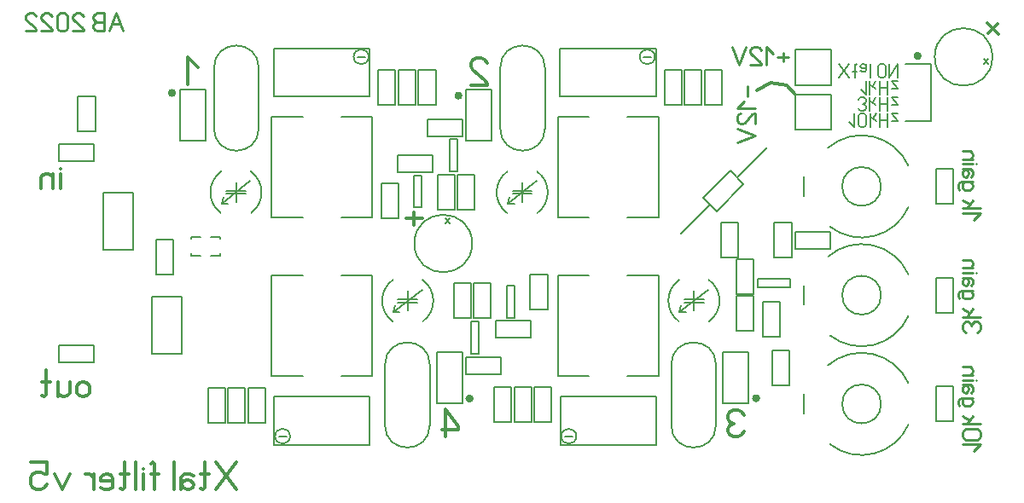
<source format=gbr>
%FSLAX34Y34*%
%MOMM*%
%LNSILK_BOTTOM*%
G71*
G01*
%ADD10C,0.150*%
%ADD11C,0.200*%
%ADD12C,0.333*%
%ADD13C,0.222*%
%ADD14C,0.167*%
%ADD15C,0.300*%
%LPD*%
G54D10*
X365740Y-216510D02*
X382803Y-216510D01*
G54D10*
X365740Y-181829D02*
X382803Y-181829D01*
G54D10*
X365740Y-216510D02*
X365740Y-181829D01*
G54D10*
X382803Y-216510D02*
X382803Y-181829D01*
G54D10*
X397999Y-173736D02*
X405937Y-173736D01*
X405937Y-205536D01*
X397999Y-205536D01*
X397999Y-173736D01*
G54D10*
X433758Y-137989D02*
X441695Y-137989D01*
X441695Y-169789D01*
X433758Y-169789D01*
X433758Y-137989D01*
G54D10*
X416890Y-170870D02*
X416890Y-153808D01*
G54D10*
X382209Y-170870D02*
X382209Y-153808D01*
G54D10*
X416890Y-170870D02*
X382209Y-170870D01*
G54D10*
X416890Y-153808D02*
X382209Y-153808D01*
G54D10*
X422190Y-208335D02*
X439253Y-208335D01*
G54D10*
X422190Y-173654D02*
X439253Y-173654D01*
G54D10*
X422190Y-208335D02*
X422190Y-173654D01*
G54D10*
X439253Y-208335D02*
X439253Y-173654D01*
G54D10*
X441290Y-208335D02*
X458353Y-208335D01*
G54D10*
X441290Y-173654D02*
X458353Y-173654D01*
G54D10*
X441290Y-208335D02*
X441290Y-173654D01*
G54D10*
X458353Y-208335D02*
X458353Y-173654D01*
G54D10*
X446241Y-134890D02*
X446241Y-117827D01*
G54D10*
X411560Y-134890D02*
X411560Y-117827D01*
G54D10*
X446241Y-134890D02*
X411560Y-134890D01*
G54D10*
X446241Y-117827D02*
X411560Y-117827D01*
G54D11*
X483950Y-66850D02*
X483950Y-127150D01*
G54D11*
X528350Y-66950D02*
X528350Y-127250D01*
G54D11*
G75*
G01X528350Y-67050D02*
G03X483950Y-67050I-22200J0D01*
G01*
G54D11*
G75*
G01X483950Y-127150D02*
G03X528350Y-127150I22200J0D01*
G01*
G54D10*
G75*
G01X491231Y-169894D02*
G03X490870Y-211249I14569J-20806D01*
G01*
G54D10*
G75*
G01X520730Y-211249D02*
G03X520369Y-169894I-14930J20549D01*
G01*
G54D10*
X496200Y-189100D02*
X515400Y-189100D01*
G54D10*
X496200Y-192300D02*
X515400Y-192300D01*
G54D10*
X505800Y-189100D02*
X505800Y-181200D01*
G54D10*
X505800Y-192300D02*
X505800Y-200200D01*
G54D10*
X520100Y-179600D02*
X491500Y-201800D01*
X497900Y-201800D01*
G54D10*
X491500Y-201800D02*
X493100Y-195500D01*
G54D10*
X450000Y-139400D02*
X475400Y-139400D01*
X475400Y-88600D01*
X450000Y-88600D01*
X450000Y-139400D01*
G54D11*
X199950Y-66850D02*
X199950Y-127150D01*
G54D11*
X244350Y-66950D02*
X244350Y-127250D01*
G54D11*
G75*
G01X244350Y-67050D02*
G03X199950Y-67050I-22200J0D01*
G01*
G54D11*
G75*
G01X199950Y-127150D02*
G03X244350Y-127150I22200J0D01*
G01*
G54D10*
G75*
G01X207231Y-169894D02*
G03X206870Y-211249I14569J-20806D01*
G01*
G54D10*
G75*
G01X236730Y-211249D02*
G03X236369Y-169894I-14930J20549D01*
G01*
G54D10*
X212200Y-189100D02*
X231400Y-189100D01*
G54D10*
X212200Y-192300D02*
X231400Y-192300D01*
G54D10*
X221800Y-189100D02*
X221800Y-181200D01*
G54D10*
X221800Y-192300D02*
X221800Y-200200D01*
G54D10*
X236100Y-179600D02*
X207500Y-201800D01*
X213900Y-201800D01*
G54D10*
X207500Y-201800D02*
X209100Y-195500D01*
G54D10*
X326000Y-216000D02*
X357000Y-216000D01*
X357000Y-116000D01*
X326000Y-116000D01*
G54D10*
X288000Y-116000D02*
X257000Y-116000D01*
X257000Y-216000D01*
X288000Y-216000D01*
G54D10*
X362972Y-103691D02*
X380034Y-103691D01*
G54D10*
X362972Y-69009D02*
X380034Y-69009D01*
G54D10*
X362972Y-103691D02*
X362972Y-69009D01*
G54D10*
X380034Y-103691D02*
X380034Y-69009D01*
G54D10*
X382972Y-103691D02*
X400034Y-103691D01*
G54D10*
X382972Y-69009D02*
X400034Y-69009D01*
G54D10*
X382972Y-103691D02*
X382972Y-69009D01*
G54D10*
X400034Y-103691D02*
X400034Y-69009D01*
G54D10*
X402972Y-103691D02*
X420034Y-103691D01*
G54D10*
X402972Y-69009D02*
X420034Y-69009D01*
G54D10*
X402972Y-103691D02*
X402972Y-69009D01*
G54D10*
X420034Y-103691D02*
X420034Y-69009D01*
G54D10*
X166000Y-139400D02*
X191400Y-139400D01*
X191400Y-88600D01*
X166000Y-88600D01*
X166000Y-139400D01*
G54D10*
X65045Y-130241D02*
X82108Y-130241D01*
G54D10*
X65045Y-95559D02*
X82108Y-95559D01*
G54D10*
X65045Y-130241D02*
X65045Y-95559D01*
G54D10*
X82108Y-130241D02*
X82108Y-95559D01*
G54D10*
X80796Y-159575D02*
X80796Y-142513D01*
G54D10*
X46115Y-159575D02*
X46115Y-142513D01*
G54D10*
X80796Y-159575D02*
X46115Y-159575D01*
G54D10*
X80796Y-142513D02*
X46115Y-142513D01*
G54D10*
X120001Y-190999D02*
X120000Y-247999D01*
X90000Y-247999D01*
X90001Y-190999D01*
X120001Y-190999D01*
G54D10*
X142690Y-271985D02*
X159753Y-271986D01*
G54D10*
X142691Y-237304D02*
X159753Y-237304D01*
G54D10*
X142690Y-271985D02*
X142691Y-237304D01*
G54D10*
X159753Y-271986D02*
X159753Y-237304D01*
G54D10*
X196446Y-253300D02*
X206446Y-253300D01*
X206446Y-251550D01*
G54D10*
X196446Y-234900D02*
X206446Y-234900D01*
X206446Y-236650D01*
G54D10*
X186946Y-234899D02*
X176946Y-234900D01*
X176946Y-236650D01*
G54D10*
X186946Y-253300D02*
X176946Y-253300D01*
X176946Y-251550D01*
G54D10*
X646972Y-103691D02*
X664034Y-103691D01*
G54D10*
X646972Y-69009D02*
X664034Y-69009D01*
G54D10*
X646972Y-103691D02*
X646972Y-69009D01*
G54D10*
X664034Y-103691D02*
X664034Y-69009D01*
G54D10*
X666972Y-103691D02*
X684034Y-103691D01*
G54D10*
X666972Y-69009D02*
X684034Y-69009D01*
G54D10*
X666972Y-103691D02*
X666972Y-69009D01*
G54D10*
X684034Y-103691D02*
X684034Y-69009D01*
G54D10*
X686972Y-103691D02*
X704034Y-103691D01*
G54D10*
X686972Y-69009D02*
X704034Y-69009D01*
G54D10*
X686972Y-103691D02*
X686972Y-69009D01*
G54D10*
X704034Y-103691D02*
X704034Y-69009D01*
G54D11*
X414051Y-422150D02*
X414051Y-361850D01*
G54D11*
X369651Y-422050D02*
X369651Y-361750D01*
G54D11*
G75*
G01X369651Y-421950D02*
G03X414051Y-421950I22200J0D01*
G01*
G54D11*
G75*
G01X414051Y-361850D02*
G03X369651Y-361850I-22200J0D01*
G01*
G54D10*
G75*
G01X377632Y-277494D02*
G03X377271Y-318849I14568J-20806D01*
G01*
G54D10*
G75*
G01X407130Y-318849D02*
G03X406769Y-277494I-14930J20549D01*
G01*
G54D10*
X382600Y-296700D02*
X401800Y-296700D01*
G54D10*
X382600Y-299900D02*
X401800Y-299900D01*
G54D10*
X392200Y-296700D02*
X392200Y-288800D01*
G54D10*
X392200Y-299900D02*
X392200Y-307800D01*
G54D10*
X406500Y-287200D02*
X377900Y-309400D01*
X384300Y-309400D01*
G54D10*
X377900Y-309400D02*
X379500Y-303100D01*
G54D10*
X251029Y-385209D02*
X233966Y-385209D01*
G54D10*
X251029Y-419891D02*
X233966Y-419891D01*
G54D10*
X251029Y-385209D02*
X251029Y-419891D01*
G54D10*
X233966Y-385209D02*
X233966Y-419891D01*
G54D10*
X231029Y-385209D02*
X213966Y-385209D01*
G54D10*
X231029Y-419891D02*
X213966Y-419891D01*
G54D10*
X231029Y-385209D02*
X231029Y-419891D01*
G54D10*
X213966Y-385209D02*
X213966Y-419891D01*
G54D10*
X211029Y-385209D02*
X193966Y-385209D01*
G54D10*
X211029Y-419891D02*
X193966Y-419891D01*
G54D10*
X211029Y-385209D02*
X211029Y-419891D01*
G54D10*
X193966Y-385209D02*
X193966Y-419891D01*
G54D10*
X80698Y-359604D02*
X80698Y-342541D01*
G54D10*
X46017Y-359604D02*
X46017Y-342541D01*
G54D10*
X80698Y-359604D02*
X46017Y-359604D01*
G54D10*
X80698Y-342541D02*
X46017Y-342541D01*
G54D10*
X138000Y-351299D02*
X138000Y-294299D01*
X168000Y-294299D01*
X168000Y-351299D01*
X138000Y-351299D01*
G54D10*
G75*
G01X972300Y-56200D02*
G03X972300Y-56200I-28600J0D01*
G01*
G54D10*
X963923Y-58463D02*
X968378Y-62918D01*
G54D10*
X963923Y-62988D02*
X968449Y-58463D01*
G54D10*
G75*
G01X456088Y-241488D02*
G03X456088Y-241488I-28600J0D01*
G01*
G54D10*
X429750Y-221264D02*
X434205Y-216810D01*
G54D10*
X434276Y-221264D02*
X429750Y-216739D01*
G54D10*
X886062Y-63313D02*
X911062Y-63313D01*
X911062Y-120313D01*
X886062Y-120313D01*
G54D12*
X184000Y-66471D02*
X174000Y-56471D01*
X174000Y-83138D01*
G54D12*
X454968Y-84113D02*
X470968Y-84113D01*
X470968Y-82447D01*
X468968Y-79113D01*
X456968Y-69113D01*
X454968Y-65780D01*
X454968Y-62447D01*
X456968Y-59113D01*
X460968Y-57447D01*
X464968Y-57447D01*
X468968Y-59113D01*
X470968Y-62447D01*
G54D11*
G75*
G01X161450Y-91975D02*
G03X161450Y-91975I-3175J0D01*
G01*
G36*
G75*
G01X161450Y-91975D02*
G03X161450Y-91975I-3175J0D01*
G01*
G37*
X161450Y-91975D01*
G54D11*
G75*
G01X445675Y-94625D02*
G03X445675Y-94625I-3175J0D01*
G01*
G36*
G75*
G01X445675Y-94625D02*
G03X445675Y-94625I-3175J0D01*
G01*
G37*
X445675Y-94625D01*
G54D11*
G75*
G01X901275Y-55200D02*
G03X901275Y-55200I-3175J0D01*
G01*
G36*
G75*
G01X901275Y-55200D02*
G03X901275Y-55200I-3175J0D01*
G01*
G37*
X901275Y-55200D01*
G54D12*
X47625Y-187200D02*
X47625Y-172200D01*
G54D12*
X47625Y-167200D02*
X47625Y-167200D01*
G54D12*
X40292Y-187200D02*
X40292Y-172200D01*
G54D12*
X40292Y-175533D02*
X38292Y-173200D01*
X34292Y-172200D01*
X30292Y-173200D01*
X28292Y-175533D01*
X28292Y-187200D01*
G54D12*
X64200Y-389575D02*
X64200Y-382908D01*
X66200Y-379575D01*
X70200Y-378575D01*
X74200Y-379575D01*
X76200Y-382908D01*
X76200Y-389575D01*
X74200Y-392908D01*
X70200Y-393575D01*
X66200Y-392908D01*
X64200Y-389575D01*
G54D12*
X44867Y-378575D02*
X44867Y-393575D01*
G54D12*
X44867Y-390242D02*
X46867Y-392908D01*
X50867Y-393575D01*
X54867Y-392908D01*
X56867Y-390242D01*
X56867Y-378575D01*
G54D12*
X33534Y-366908D02*
X33534Y-391908D01*
X31534Y-393575D01*
X29534Y-392908D01*
G54D12*
X37534Y-378575D02*
X29534Y-378575D01*
G54D12*
X978182Y-33640D02*
X966868Y-22327D01*
G54D12*
X977239Y-23269D02*
X967811Y-32697D01*
G54D12*
X406400Y-216808D02*
X390400Y-216808D01*
G54D12*
X398400Y-210141D02*
X398400Y-223474D01*
G54D12*
X222250Y-458983D02*
X202250Y-485650D01*
G54D12*
X222250Y-485650D02*
X202250Y-458983D01*
G54D12*
X190917Y-458983D02*
X190917Y-483983D01*
X188917Y-485650D01*
X186917Y-484983D01*
G54D12*
X194917Y-470650D02*
X186917Y-470650D01*
G54D12*
X179584Y-472317D02*
X175584Y-470650D01*
X170784Y-470650D01*
X167584Y-473983D01*
X167584Y-485650D01*
G54D12*
X167584Y-480650D02*
X169584Y-477317D01*
X173584Y-476650D01*
X177584Y-477317D01*
X179584Y-480650D01*
X178784Y-483983D01*
X175584Y-485650D01*
X173584Y-485650D01*
X172784Y-485650D01*
X169584Y-483983D01*
X167584Y-480650D01*
G54D12*
X160251Y-485650D02*
X160251Y-458983D01*
G54D12*
X141185Y-485650D02*
X141185Y-460650D01*
X139185Y-458983D01*
X137185Y-459983D01*
G54D12*
X145185Y-470650D02*
X137185Y-470650D01*
G54D12*
X129852Y-485650D02*
X129852Y-470650D01*
G54D12*
X129852Y-465650D02*
X129852Y-465650D01*
G54D12*
X122519Y-485650D02*
X122519Y-458983D01*
G54D12*
X111186Y-458983D02*
X111186Y-483983D01*
X109186Y-485650D01*
X107186Y-484983D01*
G54D12*
X115186Y-470650D02*
X107186Y-470650D01*
G54D12*
X87853Y-483983D02*
X91053Y-485650D01*
X95053Y-485650D01*
X99053Y-483983D01*
X99853Y-480650D01*
X99853Y-474983D01*
X97853Y-471650D01*
X93853Y-470650D01*
X89853Y-471650D01*
X87853Y-473983D01*
X87853Y-477317D01*
X99853Y-477317D01*
G54D12*
X80520Y-485650D02*
X80520Y-470650D01*
G54D12*
X80520Y-473983D02*
X76520Y-470650D01*
X72520Y-470650D01*
G54D12*
X57454Y-470650D02*
X49454Y-485650D01*
X41454Y-470650D01*
G54D12*
X18121Y-458983D02*
X34121Y-458983D01*
X34121Y-470650D01*
X32121Y-470650D01*
X28121Y-468983D01*
X24121Y-468983D01*
X20121Y-470650D01*
X18121Y-473983D01*
X18121Y-480650D01*
X20121Y-483983D01*
X24121Y-485650D01*
X28121Y-485650D01*
X32121Y-483983D01*
X34121Y-480650D01*
G54D13*
X109266Y-30355D02*
X102600Y-12577D01*
X95933Y-30355D01*
G54D13*
X106600Y-23688D02*
X98600Y-23688D01*
G54D13*
X91044Y-30355D02*
X91044Y-12577D01*
X84378Y-12577D01*
X81711Y-13688D01*
X80378Y-15911D01*
X80378Y-18133D01*
X81711Y-20355D01*
X84378Y-21466D01*
X81711Y-22577D01*
X80378Y-24799D01*
X80378Y-27022D01*
X81711Y-29244D01*
X84378Y-30355D01*
X91044Y-30355D01*
G54D13*
X91044Y-21466D02*
X84378Y-21466D01*
G54D13*
X59666Y-30355D02*
X70332Y-30355D01*
X70332Y-29244D01*
X68999Y-27022D01*
X60999Y-20355D01*
X59666Y-18133D01*
X59666Y-15911D01*
X60999Y-13688D01*
X63666Y-12577D01*
X66332Y-12577D01*
X68999Y-13688D01*
X70332Y-15911D01*
G54D13*
X44110Y-15911D02*
X44110Y-27022D01*
X45443Y-29244D01*
X48110Y-30355D01*
X50776Y-30355D01*
X53443Y-29244D01*
X54776Y-27022D01*
X54776Y-15911D01*
X53443Y-13688D01*
X50776Y-12577D01*
X48110Y-12577D01*
X45443Y-13688D01*
X44110Y-15911D01*
G54D13*
X28554Y-30355D02*
X39220Y-30355D01*
X39220Y-29244D01*
X37887Y-27022D01*
X29887Y-20355D01*
X28554Y-18133D01*
X28554Y-15911D01*
X29887Y-13688D01*
X32554Y-12577D01*
X35220Y-12577D01*
X37887Y-13688D01*
X39220Y-15911D01*
G54D13*
X12998Y-30355D02*
X23664Y-30355D01*
X23664Y-29244D01*
X22331Y-27022D01*
X14331Y-20355D01*
X12998Y-18133D01*
X12998Y-15911D01*
X14331Y-13688D01*
X16998Y-12577D01*
X19664Y-12577D01*
X22331Y-13688D01*
X23664Y-15911D01*
G54D10*
X543480Y-47723D02*
X543480Y-95723D01*
X638480Y-95723D01*
X638480Y-47723D01*
X543480Y-47723D01*
G54D10*
G75*
G01X637431Y-56123D02*
G03X637431Y-56123I-7450J0D01*
G01*
G54D10*
X626180Y-56123D02*
X633780Y-56123D01*
G54D10*
X259480Y-47723D02*
X259480Y-95723D01*
X354480Y-95723D01*
X354480Y-47723D01*
X259480Y-47723D01*
G54D10*
G75*
G01X353431Y-56123D02*
G03X353431Y-56123I-7450J0D01*
G01*
G54D10*
X342180Y-56123D02*
X349780Y-56123D01*
G54D10*
X354521Y-441277D02*
X354521Y-393277D01*
X259520Y-393277D01*
X259520Y-441277D01*
X354521Y-441277D01*
G54D10*
G75*
G01X275470Y-432877D02*
G03X275470Y-432877I-7450J0D01*
G01*
G54D10*
X271820Y-432877D02*
X264220Y-432877D01*
G54D14*
X820062Y-76646D02*
X830062Y-63313D01*
G54D14*
X820062Y-63313D02*
X830062Y-76646D01*
G54D14*
X835729Y-76646D02*
X835729Y-64146D01*
X836729Y-63313D01*
X837729Y-63646D01*
G54D14*
X833729Y-70813D02*
X837729Y-70813D01*
G54D14*
X841396Y-69979D02*
X843396Y-70813D01*
X845796Y-70813D01*
X847396Y-69146D01*
X847396Y-63313D01*
G54D14*
X847396Y-65813D02*
X846396Y-67479D01*
X844396Y-67813D01*
X842396Y-67479D01*
X841396Y-65813D01*
X841796Y-64146D01*
X843396Y-63313D01*
X844396Y-63313D01*
X844796Y-63313D01*
X846396Y-64146D01*
X847396Y-65813D01*
G54D14*
X851063Y-63313D02*
X851063Y-76646D01*
G54D14*
X866597Y-74146D02*
X866597Y-65813D01*
X865597Y-64146D01*
X863597Y-63313D01*
X861597Y-63313D01*
X859597Y-64146D01*
X858597Y-65813D01*
X858597Y-74146D01*
X859597Y-75813D01*
X861597Y-76646D01*
X863597Y-76646D01*
X865597Y-75813D01*
X866597Y-74146D01*
G54D14*
X870264Y-63313D02*
X870264Y-76646D01*
X878264Y-63313D01*
X878264Y-76646D01*
G54D14*
X842062Y-88646D02*
X847062Y-93646D01*
X847062Y-80313D01*
G54D14*
X850729Y-80313D02*
X850729Y-93646D01*
G54D14*
X853729Y-85313D02*
X856729Y-80313D01*
G54D14*
X850729Y-83646D02*
X856729Y-87813D01*
G54D14*
X860396Y-80313D02*
X860396Y-93646D01*
G54D14*
X868396Y-80313D02*
X868396Y-93646D01*
G54D14*
X860396Y-86979D02*
X868396Y-86979D01*
G54D14*
X872063Y-87813D02*
X878063Y-87813D01*
X872063Y-80313D01*
X878063Y-80313D01*
G54D14*
X839062Y-107146D02*
X840062Y-108813D01*
X842062Y-109646D01*
X844062Y-109646D01*
X846062Y-108813D01*
X847062Y-107146D01*
X847062Y-105479D01*
X846062Y-103813D01*
X844062Y-102979D01*
X846062Y-102146D01*
X847062Y-100479D01*
X847062Y-98813D01*
X846062Y-97146D01*
X844062Y-96313D01*
X842062Y-96313D01*
X840062Y-97146D01*
X839062Y-98813D01*
G54D14*
X850729Y-96313D02*
X850729Y-109646D01*
G54D14*
X853729Y-101313D02*
X856729Y-96313D01*
G54D14*
X850729Y-99646D02*
X856729Y-103813D01*
G54D14*
X860396Y-96313D02*
X860396Y-109646D01*
G54D14*
X868396Y-96313D02*
X868396Y-109646D01*
G54D14*
X860396Y-102979D02*
X868396Y-102979D01*
G54D14*
X872063Y-103813D02*
X878063Y-103813D01*
X872063Y-96313D01*
X878063Y-96313D01*
G54D14*
X830526Y-120743D02*
X835526Y-125743D01*
X835526Y-112410D01*
G54D14*
X847193Y-123243D02*
X847193Y-114910D01*
X846193Y-113243D01*
X844193Y-112410D01*
X842193Y-112410D01*
X840193Y-113243D01*
X839193Y-114910D01*
X839193Y-123243D01*
X840193Y-124910D01*
X842193Y-125743D01*
X844193Y-125743D01*
X846193Y-124910D01*
X847193Y-123243D01*
G54D14*
X850860Y-112410D02*
X850860Y-125743D01*
G54D14*
X853860Y-117410D02*
X856860Y-112410D01*
G54D14*
X850860Y-115743D02*
X856860Y-119910D01*
G54D14*
X860527Y-112410D02*
X860527Y-125743D01*
G54D14*
X868527Y-112410D02*
X868527Y-125743D01*
G54D14*
X860527Y-119076D02*
X868527Y-119076D01*
G54D14*
X872194Y-119910D02*
X878194Y-119910D01*
X872194Y-112410D01*
X878194Y-112410D01*
G54D10*
X534989Y-384472D02*
X517927Y-384472D01*
G54D10*
X534989Y-419154D02*
X517927Y-419154D01*
G54D10*
X534989Y-384472D02*
X534989Y-419154D01*
G54D10*
X517927Y-384472D02*
X517927Y-419154D01*
G54D10*
X514990Y-384472D02*
X497927Y-384472D01*
G54D10*
X514989Y-419154D02*
X497927Y-419154D01*
G54D10*
X514990Y-384472D02*
X514989Y-419154D01*
G54D10*
X497927Y-384472D02*
X497927Y-419154D01*
G54D10*
X494989Y-384472D02*
X477927Y-384472D01*
G54D10*
X494989Y-419154D02*
X477927Y-419154D01*
G54D10*
X494989Y-384472D02*
X494989Y-419154D01*
G54D10*
X477927Y-384472D02*
X477927Y-419154D01*
G54D10*
X530860Y-272490D02*
X513798Y-272490D01*
G54D10*
X530860Y-307171D02*
X513798Y-307171D01*
G54D10*
X530860Y-272490D02*
X530860Y-307171D01*
G54D10*
X513798Y-272490D02*
X513798Y-307171D01*
G54D10*
X498601Y-315264D02*
X490664Y-315264D01*
X490664Y-283464D01*
X498601Y-283464D01*
X498601Y-315264D01*
G54D10*
X462843Y-351011D02*
X454906Y-351011D01*
X454906Y-319211D01*
X462843Y-319211D01*
X462843Y-351011D01*
G54D10*
X479710Y-318130D02*
X479710Y-335192D01*
G54D10*
X514392Y-318130D02*
X514392Y-335192D01*
G54D10*
X479710Y-318130D02*
X514392Y-318130D01*
G54D10*
X479710Y-335192D02*
X514392Y-335192D01*
G54D10*
X474410Y-280665D02*
X457348Y-280665D01*
G54D10*
X474410Y-315346D02*
X457348Y-315346D01*
G54D10*
X474410Y-280665D02*
X474410Y-315346D01*
G54D10*
X457348Y-280665D02*
X457348Y-315346D01*
G54D10*
X455310Y-280665D02*
X438248Y-280665D01*
G54D10*
X455310Y-315346D02*
X438248Y-315346D01*
G54D10*
X455310Y-280665D02*
X455310Y-315346D01*
G54D10*
X438248Y-280665D02*
X438248Y-315346D01*
G54D10*
X450359Y-354110D02*
X450359Y-371173D01*
G54D10*
X485041Y-354110D02*
X485041Y-371173D01*
G54D10*
X450359Y-354110D02*
X485041Y-354110D01*
G54D10*
X450359Y-371173D02*
X485041Y-371173D01*
G54D10*
X446601Y-349600D02*
X421201Y-349600D01*
X421201Y-400400D01*
X446600Y-400400D01*
X446601Y-349600D01*
G54D11*
X698051Y-422150D02*
X698051Y-361850D01*
G54D11*
X653651Y-422050D02*
X653651Y-361750D01*
G54D11*
G75*
G01X653651Y-421950D02*
G03X698051Y-421950I22200J0D01*
G01*
G54D11*
G75*
G01X698051Y-361850D02*
G03X653651Y-361850I-22200J0D01*
G01*
G54D10*
G75*
G01X661632Y-277494D02*
G03X661271Y-318849I14568J-20806D01*
G01*
G54D10*
G75*
G01X691130Y-318849D02*
G03X690769Y-277494I-14930J20549D01*
G01*
G54D10*
X666600Y-296700D02*
X685800Y-296700D01*
G54D10*
X666600Y-299900D02*
X685800Y-299900D01*
G54D10*
X676200Y-296700D02*
X676200Y-288800D01*
G54D10*
X676200Y-299900D02*
X676200Y-307800D01*
G54D10*
X690500Y-287200D02*
X661900Y-309400D01*
X668300Y-309400D01*
G54D10*
X661900Y-309400D02*
X663500Y-303100D01*
G54D10*
X638521Y-441277D02*
X638521Y-393277D01*
X543520Y-393277D01*
X543520Y-441277D01*
X638521Y-441277D01*
G54D10*
G75*
G01X559470Y-432877D02*
G03X559470Y-432877I-7450J0D01*
G01*
G54D10*
X555820Y-432877D02*
X548220Y-432877D01*
G54D10*
X730601Y-349600D02*
X705201Y-349600D01*
X705201Y-400400D01*
X730600Y-400400D01*
X730601Y-349600D01*
G54D10*
G75*
G01X811261Y-332849D02*
G03X888945Y-313480I31276J40031D01*
G01*
G54D10*
G75*
G01X861837Y-292818D02*
G03X861837Y-292818I-19300J0D01*
G01*
G54D10*
G75*
G01X888945Y-272156D02*
G03X809209Y-254479I-46408J-20662D01*
G01*
G54D10*
X785436Y-302328D02*
X785437Y-283119D01*
G54D10*
G75*
G01X811261Y-440849D02*
G03X888945Y-421480I31275J40031D01*
G01*
G54D10*
G75*
G01X861836Y-400818D02*
G03X861836Y-400818I-19300J0D01*
G01*
G54D10*
G75*
G01X888945Y-380156D02*
G03X809209Y-362479I-46409J-20662D01*
G01*
G54D10*
X785436Y-410328D02*
X785437Y-391120D01*
G54D10*
G75*
G01X811261Y-224849D02*
G03X888945Y-205480I31276J40031D01*
G01*
G54D10*
G75*
G01X861837Y-184818D02*
G03X861837Y-184818I-19300J0D01*
G01*
G54D10*
G75*
G01X888945Y-164156D02*
G03X809209Y-146479I-46408J-20662D01*
G01*
G54D10*
X785436Y-194328D02*
X785437Y-175119D01*
G54D10*
X753667Y-382604D02*
X770730Y-382604D01*
G54D10*
X753667Y-347923D02*
X770730Y-347923D01*
G54D10*
X753667Y-382604D02*
X753667Y-347923D01*
G54D10*
X770730Y-382604D02*
X770730Y-347923D01*
G54D10*
X739519Y-276810D02*
X739519Y-284748D01*
X771319Y-284748D01*
X771319Y-276810D01*
X739519Y-276810D01*
G54D10*
X744760Y-334107D02*
X761822Y-334107D01*
G54D10*
X744760Y-299426D02*
X761822Y-299426D01*
G54D10*
X744760Y-334107D02*
X744760Y-299426D01*
G54D10*
X761822Y-334107D02*
X761822Y-299426D01*
G54D10*
X756025Y-255625D02*
X773087Y-255625D01*
G54D10*
X756025Y-220944D02*
X773087Y-220944D01*
G54D10*
X756025Y-255625D02*
X756025Y-220944D01*
G54D10*
X773087Y-255625D02*
X773087Y-220944D01*
G54D10*
X777015Y-229753D02*
X777015Y-246816D01*
G54D10*
X811697Y-229753D02*
X811697Y-246816D01*
G54D10*
X777015Y-229753D02*
X811697Y-229753D01*
G54D10*
X777015Y-246816D02*
X811697Y-246816D01*
G54D10*
X735699Y-293772D02*
X718637Y-293772D01*
G54D10*
X735699Y-328453D02*
X718637Y-328453D01*
G54D10*
X735699Y-293772D02*
X735699Y-328453D01*
G54D10*
X718637Y-293772D02*
X718637Y-328453D01*
G54D10*
X735572Y-257321D02*
X718510Y-257321D01*
G54D10*
X735572Y-292002D02*
X718510Y-292002D01*
G54D10*
X735572Y-257321D02*
X735572Y-292002D01*
G54D10*
X718510Y-257321D02*
X718510Y-292002D01*
G54D10*
X719826Y-220904D02*
X702764Y-220904D01*
G54D10*
X719826Y-255585D02*
X702764Y-255585D01*
G54D10*
X719826Y-220904D02*
X719826Y-255585D01*
G54D10*
X702764Y-220904D02*
X702764Y-255585D01*
G54D10*
X933118Y-383280D02*
X916055Y-383280D01*
G54D10*
X933118Y-417962D02*
X916055Y-417962D01*
G54D10*
X933118Y-383280D02*
X933118Y-417962D01*
G54D10*
X916055Y-383280D02*
X916055Y-417962D01*
G54D10*
X933335Y-275409D02*
X916272Y-275409D01*
G54D10*
X933335Y-310090D02*
X916272Y-310091D01*
G54D10*
X933335Y-275409D02*
X933335Y-310090D01*
G54D10*
X916272Y-275409D02*
X916272Y-310091D01*
G54D10*
X933535Y-167609D02*
X916472Y-167609D01*
G54D10*
X933535Y-202290D02*
X916472Y-202291D01*
G54D10*
X933535Y-167609D02*
X933535Y-202290D01*
G54D10*
X916472Y-167609D02*
X916472Y-202291D01*
G54D11*
X812103Y-49132D02*
X812103Y-84057D01*
X777178Y-84057D01*
X777178Y-49132D01*
X812103Y-49132D01*
G54D11*
X812103Y-93582D02*
X812103Y-128507D01*
X777178Y-128507D01*
X777178Y-93582D01*
X812103Y-93582D01*
G54D10*
X725552Y-182622D02*
X712117Y-169187D01*
X685247Y-196057D01*
X698682Y-209492D01*
X725552Y-182622D01*
G54D10*
X718905Y-175833D02*
X748432Y-146306D01*
G54D10*
X663367Y-231372D02*
X691894Y-202845D01*
G54D10*
X610000Y-216000D02*
X641000Y-216000D01*
X641000Y-116000D01*
X610000Y-116000D01*
G54D10*
X572000Y-116000D02*
X541000Y-116000D01*
X541000Y-216000D01*
X572000Y-216000D01*
G54D10*
X610000Y-373000D02*
X641000Y-373000D01*
X641000Y-273000D01*
X610000Y-273000D01*
G54D10*
X572000Y-273000D02*
X541000Y-273000D01*
X541000Y-373000D01*
X572000Y-373000D01*
G54D10*
X326000Y-373000D02*
X357000Y-373000D01*
X357000Y-273000D01*
X326000Y-273000D01*
G54D10*
X288000Y-273000D02*
X257000Y-273000D01*
X257000Y-373000D01*
X288000Y-373000D01*
G54D13*
X770000Y-56222D02*
X759333Y-56222D01*
G54D13*
X764667Y-51778D02*
X764667Y-60667D01*
G54D13*
X754444Y-52889D02*
X747777Y-46222D01*
X747777Y-64000D01*
G54D13*
X732221Y-64000D02*
X742888Y-64000D01*
X742888Y-62889D01*
X741555Y-60667D01*
X733555Y-54000D01*
X732221Y-51778D01*
X732221Y-49556D01*
X733555Y-47333D01*
X736221Y-46222D01*
X738888Y-46222D01*
X741555Y-47333D01*
X742888Y-49556D01*
G54D13*
X727332Y-46222D02*
X720665Y-64000D01*
X713999Y-46222D01*
G54D13*
X729048Y-84793D02*
X729048Y-95460D01*
G54D13*
X725715Y-100349D02*
X719048Y-107016D01*
X736826Y-107016D01*
G54D13*
X736826Y-122572D02*
X736826Y-111905D01*
X735715Y-111905D01*
X733493Y-113239D01*
X726826Y-121239D01*
X724604Y-122572D01*
X722382Y-122572D01*
X720160Y-121239D01*
X719048Y-118572D01*
X719048Y-115905D01*
X720160Y-113239D01*
X722382Y-111905D01*
G54D13*
X719049Y-127461D02*
X736826Y-134128D01*
X719049Y-140795D01*
G54D15*
X738960Y-89525D02*
X752000Y-82000D01*
X768000Y-84000D01*
X777178Y-93582D01*
G54D13*
X953748Y-217885D02*
X960415Y-211219D01*
X942637Y-211219D01*
G54D13*
X942637Y-206329D02*
X960415Y-206329D01*
G54D13*
X949304Y-202329D02*
X942637Y-198329D01*
G54D13*
X947081Y-206329D02*
X952637Y-198329D01*
G54D13*
X939304Y-188284D02*
X938192Y-185618D01*
X938192Y-183751D01*
X939304Y-181084D01*
X941526Y-180284D01*
X952637Y-180284D01*
G54D13*
X949748Y-180284D02*
X951970Y-181618D01*
X952637Y-184284D01*
X951970Y-186951D01*
X949748Y-188284D01*
X945304Y-188284D01*
X943081Y-186951D01*
X942637Y-184284D01*
X943081Y-181618D01*
X945304Y-180284D01*
G54D13*
X951526Y-175395D02*
X952637Y-172728D01*
X952637Y-169528D01*
X950415Y-167395D01*
X942637Y-167395D01*
G54D13*
X945970Y-167395D02*
X948192Y-168728D01*
X948637Y-171395D01*
X948192Y-174062D01*
X945970Y-175395D01*
X943748Y-174862D01*
X942637Y-172728D01*
X942637Y-171395D01*
X942637Y-170862D01*
X943748Y-168728D01*
X945970Y-167395D01*
G54D13*
X942637Y-162506D02*
X952637Y-162506D01*
G54D13*
X955970Y-162506D02*
X955970Y-162506D01*
G54D13*
X942637Y-157617D02*
X952637Y-157617D01*
G54D13*
X950415Y-157617D02*
X951970Y-156284D01*
X952637Y-153617D01*
X951970Y-150950D01*
X950415Y-149617D01*
X942637Y-149617D01*
G54D13*
X957081Y-329885D02*
X959304Y-328552D01*
X960415Y-325885D01*
X960415Y-323219D01*
X959304Y-320552D01*
X957081Y-319219D01*
X954859Y-319219D01*
X952637Y-320552D01*
X951526Y-323219D01*
X950415Y-320552D01*
X948192Y-319219D01*
X945970Y-319219D01*
X943748Y-320552D01*
X942637Y-323219D01*
X942637Y-325885D01*
X943748Y-328552D01*
X945970Y-329885D01*
G54D13*
X942637Y-314329D02*
X960415Y-314329D01*
G54D13*
X949304Y-310329D02*
X942637Y-306329D01*
G54D13*
X947081Y-314329D02*
X952637Y-306329D01*
G54D13*
X939304Y-296284D02*
X938192Y-293618D01*
X938192Y-291751D01*
X939304Y-289084D01*
X941526Y-288284D01*
X952637Y-288284D01*
G54D13*
X949748Y-288284D02*
X951970Y-289618D01*
X952637Y-292284D01*
X951970Y-294951D01*
X949748Y-296284D01*
X945304Y-296284D01*
X943081Y-294951D01*
X942637Y-292284D01*
X943081Y-289618D01*
X945304Y-288284D01*
G54D13*
X951526Y-283395D02*
X952637Y-280729D01*
X952637Y-277529D01*
X950415Y-275395D01*
X942637Y-275395D01*
G54D13*
X945970Y-275395D02*
X948192Y-276729D01*
X948637Y-279395D01*
X948192Y-282062D01*
X945970Y-283395D01*
X943748Y-282862D01*
X942637Y-280729D01*
X942637Y-279395D01*
X942637Y-278862D01*
X943748Y-276729D01*
X945970Y-275395D01*
G54D13*
X942637Y-270506D02*
X952637Y-270506D01*
G54D13*
X955970Y-270506D02*
X955970Y-270506D01*
G54D13*
X942637Y-265617D02*
X952637Y-265617D01*
G54D13*
X950415Y-265617D02*
X951970Y-264284D01*
X952637Y-261617D01*
X951970Y-258951D01*
X950415Y-257617D01*
X942637Y-257617D01*
G54D13*
X953748Y-447885D02*
X960415Y-441219D01*
X942637Y-441219D01*
G54D13*
X957081Y-425663D02*
X945970Y-425663D01*
X943748Y-426996D01*
X942637Y-429663D01*
X942637Y-432329D01*
X943748Y-434996D01*
X945970Y-436329D01*
X957081Y-436329D01*
X959304Y-434996D01*
X960415Y-432329D01*
X960415Y-429663D01*
X959304Y-426996D01*
X957081Y-425663D01*
G54D13*
X942637Y-420773D02*
X960415Y-420773D01*
G54D13*
X949304Y-416773D02*
X942637Y-412773D01*
G54D13*
X947081Y-420773D02*
X952637Y-412773D01*
G54D13*
X939304Y-402728D02*
X938192Y-400062D01*
X938192Y-398195D01*
X939304Y-395528D01*
X941526Y-394728D01*
X952637Y-394728D01*
G54D13*
X949748Y-394728D02*
X951970Y-396062D01*
X952637Y-398728D01*
X951970Y-401395D01*
X949748Y-402728D01*
X945304Y-402728D01*
X943081Y-401395D01*
X942637Y-398728D01*
X943081Y-396062D01*
X945304Y-394728D01*
G54D13*
X951526Y-389839D02*
X952637Y-387173D01*
X952637Y-383973D01*
X950415Y-381839D01*
X942637Y-381839D01*
G54D13*
X945970Y-381839D02*
X948192Y-383173D01*
X948637Y-385839D01*
X948192Y-388506D01*
X945970Y-389839D01*
X943748Y-389306D01*
X942637Y-387173D01*
X942637Y-385839D01*
X942637Y-385306D01*
X943748Y-383173D01*
X945970Y-381839D01*
G54D13*
X942637Y-376950D02*
X952637Y-376950D01*
G54D13*
X955970Y-376950D02*
X955970Y-376950D01*
G54D13*
X942637Y-372061D02*
X952637Y-372061D01*
G54D13*
X950415Y-372061D02*
X951970Y-370728D01*
X952637Y-368061D01*
X951970Y-365395D01*
X950415Y-364061D01*
X942637Y-364061D01*
G54D12*
X725842Y-411846D02*
X723842Y-408513D01*
X719842Y-406846D01*
X715842Y-406846D01*
X711842Y-408513D01*
X709842Y-411846D01*
X709842Y-415179D01*
X711842Y-418513D01*
X715842Y-420179D01*
X711842Y-421846D01*
X709842Y-425179D01*
X709842Y-428513D01*
X711842Y-431846D01*
X715842Y-433513D01*
X719842Y-433513D01*
X723842Y-431846D01*
X725842Y-428513D01*
G54D12*
X430000Y-433138D02*
X430000Y-406471D01*
X442000Y-423138D01*
X442000Y-426471D01*
X426000Y-426471D01*
G54D11*
G75*
G01X741022Y-395191D02*
G03X741022Y-395191I-3175J0D01*
G01*
G36*
G75*
G01X741022Y-395191D02*
G03X741022Y-395191I-3175J0D01*
G01*
G37*
X741022Y-395191D01*
G54D11*
G75*
G01X456717Y-395552D02*
G03X456717Y-395552I-3175J0D01*
G01*
G36*
G75*
G01X456717Y-395552D02*
G03X456717Y-395552I-3175J0D01*
G01*
G37*
X456717Y-395552D01*
M02*

</source>
